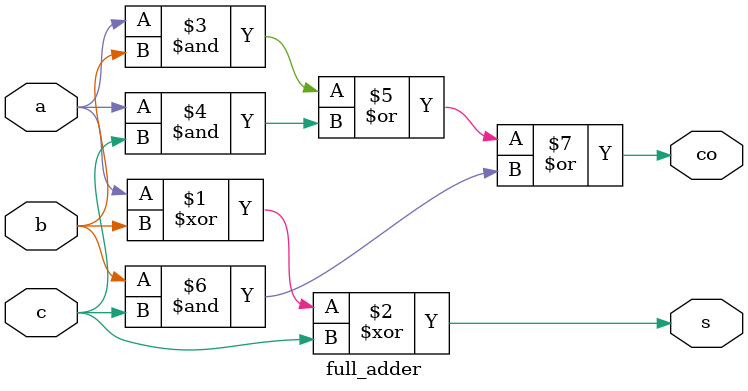
<source format=v>
`timescale 1ns / 1ps
module full_adder(
	input a,
	input b,
	input c,
	output s,
	output co
    );
assign s = a ^ b ^ c;
assign co = (a & b) | (a & c) | (b & c);


endmodule

</source>
